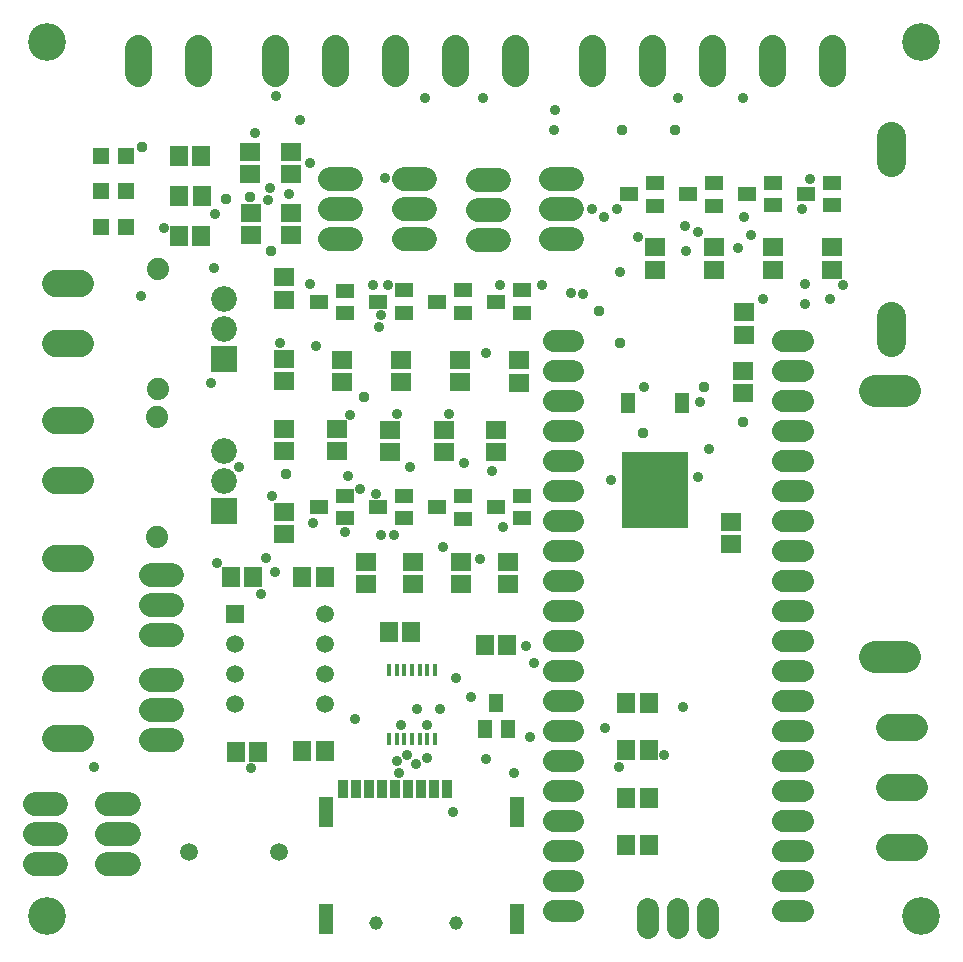
<source format=gbr>
G04 EAGLE Gerber RS-274X export*
G75*
%MOMM*%
%FSLAX34Y34*%
%LPD*%
%INSoldermask Top*%
%IPPOS*%
%AMOC8*
5,1,8,0,0,1.08239X$1,22.5*%
G01*
%ADD10C,3.203200*%
%ADD11C,1.879600*%
%ADD12R,1.703200X1.503200*%
%ADD13C,2.003200*%
%ADD14C,2.298700*%
%ADD15C,1.853200*%
%ADD16R,1.603200X1.203200*%
%ADD17R,5.603200X6.403200*%
%ADD18R,1.203200X1.803200*%
%ADD19R,1.503200X1.703200*%
%ADD20R,1.203200X1.603200*%
%ADD21R,1.511200X1.511200*%
%ADD22C,1.511200*%
%ADD23R,2.168200X2.168200*%
%ADD24C,2.168200*%
%ADD25C,2.451100*%
%ADD26R,1.403200X1.403200*%
%ADD27C,2.743200*%
%ADD28R,0.823200X1.603200*%
%ADD29C,1.153200*%
%ADD30R,1.303200X2.603200*%
%ADD31R,0.450000X1.000000*%
%ADD32C,0.959600*%
%ADD33C,0.909600*%


D10*
X770000Y30000D03*
X30000Y30000D03*
X30000Y770000D03*
X770000Y770000D03*
D11*
X123200Y452000D03*
X123200Y350400D03*
X123500Y577300D03*
X123500Y475700D03*
D12*
X230190Y423400D03*
X230190Y442400D03*
X230500Y352900D03*
X230500Y371900D03*
X230500Y482400D03*
X230500Y501400D03*
X230500Y551600D03*
X230500Y570600D03*
D13*
X37500Y124200D02*
X19500Y124200D01*
X19500Y98800D02*
X37500Y98800D01*
X37500Y73400D02*
X19500Y73400D01*
D14*
X36623Y180300D02*
X57578Y180300D01*
X57578Y231100D02*
X36623Y231100D01*
X36623Y281900D02*
X57578Y281900D01*
X57578Y332700D02*
X36623Y332700D01*
D15*
X458790Y516280D02*
X475290Y516280D01*
X475290Y490880D02*
X458790Y490880D01*
X458790Y465480D02*
X475290Y465480D01*
X475290Y440080D02*
X458790Y440080D01*
X458790Y414680D02*
X475290Y414680D01*
X475290Y389280D02*
X458790Y389280D01*
X458790Y363880D02*
X475290Y363880D01*
X475290Y338480D02*
X458790Y338480D01*
X458790Y313080D02*
X475290Y313080D01*
X475290Y287680D02*
X458790Y287680D01*
X458790Y262280D02*
X475290Y262280D01*
X475290Y236880D02*
X458790Y236880D01*
X458790Y211480D02*
X475290Y211480D01*
X475290Y186080D02*
X458790Y186080D01*
X458790Y160680D02*
X475290Y160680D01*
X475290Y135280D02*
X458790Y135280D01*
X458790Y109880D02*
X475290Y109880D01*
X475290Y84480D02*
X458790Y84480D01*
X458790Y59080D02*
X475290Y59080D01*
X475290Y33680D02*
X458790Y33680D01*
X653090Y33680D02*
X669590Y33680D01*
X669590Y59080D02*
X653090Y59080D01*
X653090Y84480D02*
X669590Y84480D01*
X669590Y109880D02*
X653090Y109880D01*
X653090Y135280D02*
X669590Y135280D01*
X669590Y160680D02*
X653090Y160680D01*
X653090Y186080D02*
X669590Y186080D01*
X669590Y211480D02*
X653090Y211480D01*
X653090Y236880D02*
X669590Y236880D01*
X669590Y262280D02*
X653090Y262280D01*
X653090Y287680D02*
X669590Y287680D01*
X669590Y313080D02*
X653090Y313080D01*
X653090Y338480D02*
X669590Y338480D01*
X669590Y363880D02*
X653090Y363880D01*
X653090Y389280D02*
X669590Y389280D01*
X669590Y414680D02*
X653090Y414680D01*
X653090Y440080D02*
X669590Y440080D01*
X669590Y465480D02*
X653090Y465480D01*
X653090Y490880D02*
X669590Y490880D01*
X669590Y516280D02*
X653090Y516280D01*
X538790Y35980D02*
X538790Y19480D01*
X564190Y19480D02*
X564190Y35980D01*
X589590Y35980D02*
X589590Y19480D01*
D16*
X259830Y549820D03*
X281830Y559320D03*
X281830Y540320D03*
X259890Y375970D03*
X281890Y385470D03*
X281890Y366470D03*
D12*
X279310Y481520D03*
X279310Y500520D03*
D16*
X309890Y549920D03*
X331890Y559420D03*
X331890Y540420D03*
D12*
X329200Y481560D03*
X329200Y500560D03*
D16*
X359910Y549920D03*
X381910Y559420D03*
X381910Y540420D03*
D12*
X379210Y481530D03*
X379210Y500530D03*
X299990Y310670D03*
X299990Y329670D03*
X594990Y576960D03*
X594990Y595960D03*
X275310Y442060D03*
X275310Y423060D03*
D16*
X572990Y640760D03*
X594990Y650260D03*
X594990Y631260D03*
X360130Y375770D03*
X382130Y385270D03*
X382130Y366270D03*
D12*
X380130Y310740D03*
X380130Y329740D03*
X694870Y576870D03*
X694870Y595870D03*
X365710Y441330D03*
X365710Y422330D03*
D16*
X672870Y640820D03*
X694870Y650320D03*
X694870Y631320D03*
X309950Y375900D03*
X331950Y385400D03*
X331950Y366400D03*
D12*
X340080Y310670D03*
X340080Y329670D03*
X644920Y576760D03*
X644920Y595760D03*
X320120Y441570D03*
X320120Y422570D03*
D16*
X622840Y640820D03*
X644840Y650320D03*
X644840Y631320D03*
D13*
X287410Y653460D02*
X269410Y653460D01*
X269410Y628060D02*
X287410Y628060D01*
X287410Y602660D02*
X269410Y602660D01*
X331750Y653440D02*
X349750Y653440D01*
X349750Y628040D02*
X331750Y628040D01*
X331750Y602640D02*
X349750Y602640D01*
X394860Y653240D02*
X412860Y653240D01*
X412860Y627840D02*
X394860Y627840D01*
X394860Y602440D02*
X412860Y602440D01*
D12*
X202080Y657680D03*
X202080Y676680D03*
X236200Y657800D03*
X236200Y676800D03*
X202270Y606080D03*
X202270Y625080D03*
D14*
X57478Y398600D02*
X36523Y398600D01*
X36523Y449400D02*
X57478Y449400D01*
X57478Y514600D02*
X36523Y514600D01*
X36523Y565400D02*
X57478Y565400D01*
D17*
X544880Y390840D03*
D18*
X567680Y463840D03*
X522080Y463840D03*
D12*
X619750Y541020D03*
X619750Y522020D03*
X619490Y491150D03*
X619490Y472150D03*
D14*
X106600Y743523D02*
X106600Y764478D01*
X157400Y764478D02*
X157400Y743523D01*
D19*
X419700Y258910D03*
X400700Y258910D03*
D20*
X410390Y210080D03*
X419890Y188080D03*
X400890Y188080D03*
D13*
X136000Y178600D02*
X118000Y178600D01*
X118000Y204000D02*
X136000Y204000D01*
X136000Y229400D02*
X118000Y229400D01*
X118000Y267600D02*
X136000Y267600D01*
X136000Y293000D02*
X118000Y293000D01*
X118000Y318400D02*
X136000Y318400D01*
D21*
X188900Y285100D03*
D22*
X188900Y259700D03*
X188900Y234300D03*
X188900Y208900D03*
X265100Y208900D03*
X265100Y234300D03*
X265100Y259700D03*
X265100Y285100D03*
D19*
X189500Y169000D03*
X208500Y169000D03*
X185500Y317000D03*
X204500Y317000D03*
X246100Y316530D03*
X265100Y316530D03*
X246040Y169380D03*
X265040Y169380D03*
D23*
X180000Y372600D03*
D24*
X180000Y398000D03*
X180000Y423400D03*
D23*
X180000Y501600D03*
D24*
X180000Y527000D03*
X180000Y552400D03*
D13*
X99000Y73600D02*
X81000Y73600D01*
X81000Y99000D02*
X99000Y99000D01*
X99000Y124400D02*
X81000Y124400D01*
D14*
X743092Y190131D02*
X764047Y190131D01*
X764047Y139331D02*
X743092Y139331D01*
X743092Y88531D02*
X764047Y88531D01*
D22*
X150000Y84000D03*
X226000Y84000D03*
D25*
X744260Y515371D02*
X744260Y537850D01*
X744260Y667771D02*
X744260Y690250D01*
D19*
X141660Y673640D03*
X160660Y673640D03*
X141900Y639430D03*
X160900Y639430D03*
X141630Y605620D03*
X160630Y605620D03*
D26*
X96350Y613180D03*
X75350Y613180D03*
X96350Y673180D03*
X75350Y673180D03*
X96350Y643180D03*
X75350Y643180D03*
D27*
X731300Y248848D02*
X756700Y248848D01*
X756700Y473892D02*
X731300Y473892D01*
D13*
X474770Y653450D02*
X456770Y653450D01*
X456770Y628050D02*
X474770Y628050D01*
X474770Y602650D02*
X456770Y602650D01*
D12*
X236220Y606230D03*
X236220Y625230D03*
D16*
X409920Y549900D03*
X431920Y559400D03*
X431920Y540400D03*
X410300Y376160D03*
X432300Y385660D03*
X432300Y366660D03*
D12*
X429510Y481200D03*
X429510Y500200D03*
X419950Y310710D03*
X419950Y329710D03*
X544950Y576920D03*
X544950Y595920D03*
X410100Y441560D03*
X410100Y422560D03*
D16*
X522890Y640740D03*
X544890Y650240D03*
X544890Y631240D03*
D14*
X222840Y743523D02*
X222840Y764478D01*
X273640Y764478D02*
X273640Y743523D01*
X324440Y743523D02*
X324440Y764478D01*
X375240Y764478D02*
X375240Y743523D01*
X426040Y743523D02*
X426040Y764478D01*
X491510Y764528D02*
X491510Y743573D01*
X542310Y743573D02*
X542310Y764528D01*
X593110Y764528D02*
X593110Y743573D01*
X643910Y743573D02*
X643910Y764528D01*
X694710Y764528D02*
X694710Y743573D01*
D12*
X608730Y363680D03*
X608730Y344680D03*
D28*
X368130Y137620D03*
X357130Y137620D03*
X346130Y137620D03*
X335130Y137620D03*
X324130Y137620D03*
X313130Y137620D03*
X302130Y137620D03*
X291130Y137620D03*
X280130Y137620D03*
D29*
X308330Y23420D03*
X376330Y23420D03*
D30*
X266330Y27620D03*
X266330Y117620D03*
X427830Y117620D03*
X427830Y27620D03*
D19*
X319390Y270180D03*
X338390Y270180D03*
D31*
X319450Y179780D03*
X325950Y179780D03*
X332450Y179780D03*
X338950Y179780D03*
X345450Y179780D03*
X351950Y179780D03*
X358450Y179780D03*
X358450Y238280D03*
X351950Y238280D03*
X345450Y238280D03*
X338950Y238280D03*
X332450Y238280D03*
X325950Y238280D03*
X319450Y238280D03*
D19*
X520500Y210000D03*
X539500Y210000D03*
X520500Y170000D03*
X539500Y170000D03*
X520500Y130000D03*
X539500Y130000D03*
X520500Y90000D03*
X539500Y90000D03*
D32*
X110110Y681030D03*
X586430Y477920D03*
X619170Y448300D03*
X534240Y438960D03*
X181700Y637070D03*
X201860Y638630D03*
X219530Y592440D03*
X516300Y695160D03*
X561220Y695160D03*
X298350Y468780D03*
X232520Y403730D03*
X496910Y541700D03*
X514700Y515070D03*
D33*
X220000Y385000D03*
X671250Y547500D03*
X636250Y552500D03*
X285000Y402500D03*
X337530Y410310D03*
X382750Y413050D03*
X406250Y406250D03*
X70000Y156250D03*
X582500Y465000D03*
X535000Y477500D03*
X172500Y623750D03*
X171250Y578750D03*
X227500Y515000D03*
X255000Y362500D03*
X222590Y320830D03*
X335000Y166250D03*
X290680Y196830D03*
X396840Y331790D03*
X312500Y538750D03*
X252440Y564470D03*
X223750Y723750D03*
X257260Y512250D03*
X312500Y352500D03*
X590530Y425520D03*
X619270Y722190D03*
X365000Y342250D03*
X581250Y401250D03*
X615000Y595000D03*
X626250Y606250D03*
X570000Y613750D03*
X491650Y628560D03*
X413750Y563750D03*
X286250Y453750D03*
X282500Y355000D03*
X295000Y391250D03*
X668750Y628750D03*
X512500Y628750D03*
X473750Y557500D03*
X370000Y455000D03*
X620000Y621250D03*
X501250Y621250D03*
X448750Y563750D03*
X326250Y455000D03*
X323750Y352500D03*
X308350Y387420D03*
X570660Y593180D03*
X530000Y605000D03*
X460280Y712430D03*
X349780Y722440D03*
X315680Y654540D03*
X311250Y528750D03*
X306250Y563750D03*
X564350Y722270D03*
X398780Y722300D03*
X671760Y564930D03*
X218750Y646250D03*
X435000Y258750D03*
X214930Y332980D03*
X168750Y481250D03*
X109670Y554470D03*
X128750Y612500D03*
X252500Y667500D03*
X401250Y162500D03*
X376250Y231250D03*
X173750Y328750D03*
X192500Y410000D03*
X318750Y563750D03*
X217050Y635700D03*
X692500Y552500D03*
X703750Y563750D03*
X373750Y117500D03*
X202500Y155000D03*
X210730Y302140D03*
X442500Y243750D03*
X515220Y575060D03*
X235000Y641250D03*
X205810Y692460D03*
X243750Y703750D03*
X458750Y695000D03*
X483750Y556250D03*
X401310Y506470D03*
X416250Y358750D03*
X507500Y398750D03*
X581250Y608750D03*
X676250Y653750D03*
X326250Y161250D03*
X552500Y166250D03*
X351250Y191250D03*
X502240Y189030D03*
X362500Y205000D03*
X438750Y181250D03*
X513825Y155550D03*
X343280Y204980D03*
X425000Y151250D03*
X388875Y215475D03*
X568650Y206550D03*
X351250Y163750D03*
X327500Y151250D03*
X330000Y191250D03*
X342500Y158750D03*
M02*

</source>
